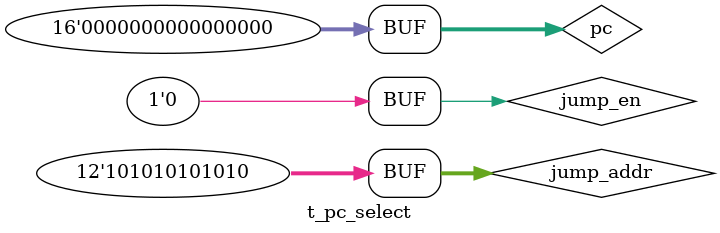
<source format=v>
`timescale 1ns / 1ps

module t_pc_select;

	// Inputs
	reg jump_en;
	reg [11:0] jump_addr;
	reg [15:0] pc;
	
	// Outputs
	wire [15:0] next_pc;

	// Instantiate the Unit Under Test (UUT)
	pc_select uut (
		.jump_en(jump_en),
		.jump_addr(jump_addr),
		.pc(pc),
		.next_pc(next_pc)
	);

	initial begin
		// Initialize Inputs
		jump_en = 0;
		jump_addr = 12'b1010_1010_1010;
		pc = 0;

		// Wait 100 ns for global reset to finish
		#100;
        
		// Add stimulus here
		jump_en = 1;
		
		#50 jump_en = 0;
		

	end
      
endmodule


</source>
